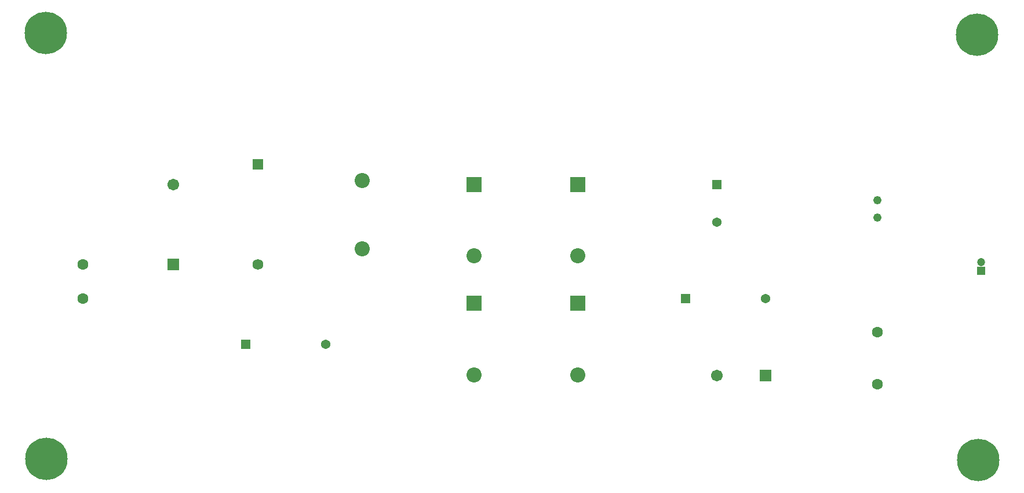
<source format=gbs>
%FSLAX24Y24*%
%MOIN*%
G70*
G01*
G75*
G04 Layer_Color=16711935*
%ADD10C,0.2362*%
%ADD11C,0.0630*%
%ADD12C,0.0787*%
%ADD13C,0.0627*%
%ADD14R,0.0627X0.0627*%
%ADD15C,0.0591*%
%ADD16R,0.0591X0.0591*%
%ADD17R,0.0787X0.0787*%
%ADD18C,0.0540*%
%ADD19R,0.0540X0.0540*%
%ADD20C,0.0551*%
%ADD21R,0.0394X0.0394*%
%ADD22C,0.0394*%
%ADD23R,0.0591X0.0591*%
%ADD24C,0.0480*%
%ADD25R,0.0540X0.0540*%
%ADD26C,0.0400*%
%ADD27C,0.0200*%
%ADD28C,0.0060*%
%ADD29C,0.0100*%
%ADD30C,0.0079*%
%ADD31C,0.0197*%
%ADD32C,0.0030*%
%ADD33R,0.1102X0.0315*%
%ADD34R,0.0315X0.0748*%
%ADD35C,0.2442*%
%ADD36C,0.0867*%
%ADD37C,0.0671*%
%ADD38R,0.0671X0.0671*%
%ADD39R,0.0867X0.0867*%
%ADD40C,0.0631*%
%ADD41R,0.0474X0.0474*%
%ADD42C,0.0474*%
%ADD43R,0.0671X0.0671*%
D11*
X4048Y11853D02*
D03*
Y13822D02*
D03*
D13*
X14098Y13803D02*
D03*
D14*
Y19567D02*
D03*
D18*
X43298Y11853D02*
D03*
X40498Y16253D02*
D03*
X17998Y9203D02*
D03*
D19*
X38698Y11853D02*
D03*
X13398Y9203D02*
D03*
D24*
X49748Y16503D02*
D03*
Y17503D02*
D03*
D25*
X40498Y18423D02*
D03*
D35*
X55541Y2539D02*
D03*
X1949Y2598D02*
D03*
X55482Y27028D02*
D03*
X1890Y27156D02*
D03*
D36*
X20098Y18653D02*
D03*
Y14716D02*
D03*
X26548Y14294D02*
D03*
Y7444D02*
D03*
X32498Y14294D02*
D03*
Y7444D02*
D03*
D37*
X9248Y18396D02*
D03*
X40500Y7403D02*
D03*
D38*
X9248Y13810D02*
D03*
D39*
X26548Y18412D02*
D03*
Y11562D02*
D03*
X32498Y18412D02*
D03*
Y11562D02*
D03*
D40*
X49748Y9903D02*
D03*
Y6903D02*
D03*
D41*
X55698Y13453D02*
D03*
D42*
Y13953D02*
D03*
D43*
X43296Y7403D02*
D03*
M02*

</source>
